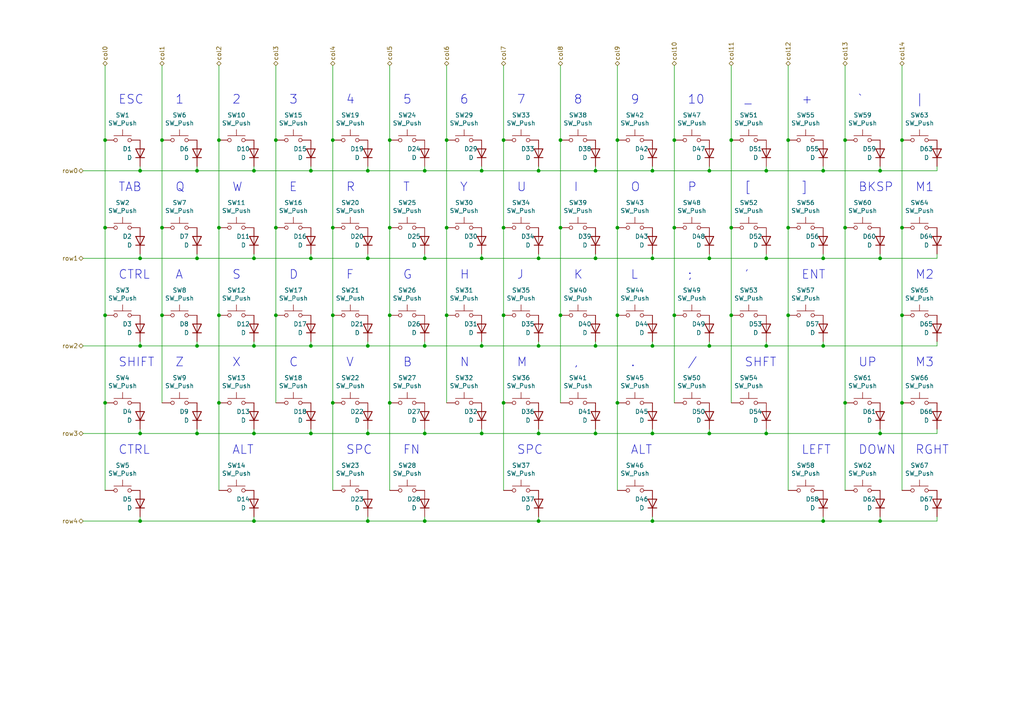
<source format=kicad_sch>
(kicad_sch (version 20211123) (generator eeschema)
  (paper "A4")
  (junction (at 189.23 125.73))
  (junction (at 40.64 74.93))
  (junction (at 129.54 66.04))
  (junction (at 106.68 49.53))
  (junction (at 96.52 91.44))
  (junction (at 205.74 74.93))
  (junction (at 255.27 125.73))
  (junction (at 113.03 116.84))
  (junction (at 222.25 49.53))
  (junction (at 212.09 91.44))
  (junction (at 30.48 40.64))
  (junction (at 106.68 74.93))
  (junction (at 40.64 151.13))
  (junction (at 106.68 151.13))
  (junction (at 63.5 91.44))
  (junction (at 96.52 40.64))
  (junction (at 255.27 74.93))
  (junction (at 73.66 100.33))
  (junction (at 195.58 66.04))
  (junction (at 156.21 100.33))
  (junction (at 205.74 125.73))
  (junction (at 179.07 116.84))
  (junction (at 245.11 116.84))
  (junction (at 172.72 74.93))
  (junction (at 238.76 151.13))
  (junction (at 228.6 66.04))
  (junction (at 46.99 40.64))
  (junction (at 129.54 40.64))
  (junction (at 96.52 66.04))
  (junction (at 139.7 74.93))
  (junction (at 113.03 91.44))
  (junction (at 57.15 100.33))
  (junction (at 245.11 66.04))
  (junction (at 113.03 40.64))
  (junction (at 172.72 49.53))
  (junction (at 212.09 40.64))
  (junction (at 195.58 40.64))
  (junction (at 261.62 91.44))
  (junction (at 245.11 40.64))
  (junction (at 179.07 40.64))
  (junction (at 123.19 151.13))
  (junction (at 57.15 74.93))
  (junction (at 228.6 40.64))
  (junction (at 123.19 49.53))
  (junction (at 238.76 74.93))
  (junction (at 90.17 100.33))
  (junction (at 222.25 74.93))
  (junction (at 90.17 74.93))
  (junction (at 195.58 91.44))
  (junction (at 46.99 66.04))
  (junction (at 172.72 100.33))
  (junction (at 30.48 116.84))
  (junction (at 73.66 125.73))
  (junction (at 40.64 100.33))
  (junction (at 73.66 49.53))
  (junction (at 57.15 49.53))
  (junction (at 146.05 116.84))
  (junction (at 156.21 125.73))
  (junction (at 57.15 125.73))
  (junction (at 90.17 49.53))
  (junction (at 179.07 66.04))
  (junction (at 205.74 100.33))
  (junction (at 30.48 66.04))
  (junction (at 228.6 91.44))
  (junction (at 189.23 151.13))
  (junction (at 80.01 66.04))
  (junction (at 261.62 40.64))
  (junction (at 63.5 66.04))
  (junction (at 162.56 66.04))
  (junction (at 238.76 49.53))
  (junction (at 73.66 74.93))
  (junction (at 212.09 66.04))
  (junction (at 261.62 116.84))
  (junction (at 30.48 91.44))
  (junction (at 179.07 91.44))
  (junction (at 189.23 49.53))
  (junction (at 189.23 100.33))
  (junction (at 63.5 40.64))
  (junction (at 80.01 91.44))
  (junction (at 255.27 49.53))
  (junction (at 139.7 125.73))
  (junction (at 156.21 49.53))
  (junction (at 129.54 91.44))
  (junction (at 146.05 66.04))
  (junction (at 40.64 49.53))
  (junction (at 106.68 125.73))
  (junction (at 106.68 100.33))
  (junction (at 238.76 100.33))
  (junction (at 63.5 116.84))
  (junction (at 123.19 100.33))
  (junction (at 222.25 125.73))
  (junction (at 73.66 151.13))
  (junction (at 80.01 40.64))
  (junction (at 90.17 125.73))
  (junction (at 189.23 74.93))
  (junction (at 205.74 49.53))
  (junction (at 255.27 151.13))
  (junction (at 139.7 49.53))
  (junction (at 139.7 100.33))
  (junction (at 146.05 91.44))
  (junction (at 261.62 66.04))
  (junction (at 96.52 116.84))
  (junction (at 222.25 100.33))
  (junction (at 146.05 40.64))
  (junction (at 123.19 125.73))
  (junction (at 162.56 40.64))
  (junction (at 156.21 151.13))
  (junction (at 40.64 125.73))
  (junction (at 113.03 66.04))
  (junction (at 123.19 74.93))
  (junction (at 172.72 125.73))
  (junction (at 156.21 74.93))
  (junction (at 162.56 91.44))
  (junction (at 46.99 91.44))
  (wire (pts (xy 189.23 151.13) (xy 238.76 151.13)))
  (wire (pts (xy 129.54 19.05) (xy 129.54 40.64)))
  (wire (pts (xy 73.66 99.06) (xy 73.66 100.33)))
  (wire (pts (xy 261.62 116.84) (xy 261.62 142.24)))
  (wire (pts (xy 139.7 99.06) (xy 139.7 100.33)))
  (wire (pts (xy 179.07 116.84) (xy 179.07 142.24)))
  (wire (pts (xy 139.7 100.33) (xy 156.21 100.33)))
  (wire (pts (xy 30.48 66.04) (xy 30.48 91.44)))
  (wire (pts (xy 189.23 73.66) (xy 189.23 74.93)))
  (wire (pts (xy 123.19 149.86) (xy 123.19 151.13)))
  (wire (pts (xy 156.21 49.53) (xy 172.72 49.53)))
  (wire (pts (xy 40.64 149.86) (xy 40.64 151.13)))
  (wire (pts (xy 106.68 74.93) (xy 123.19 74.93)))
  (wire (pts (xy 212.09 40.64) (xy 212.09 66.04)))
  (wire (pts (xy 129.54 91.44) (xy 129.54 116.84)))
  (wire (pts (xy 205.74 49.53) (xy 222.25 49.53)))
  (wire (pts (xy 96.52 19.05) (xy 96.52 40.64)))
  (wire (pts (xy 172.72 49.53) (xy 189.23 49.53)))
  (wire (pts (xy 238.76 49.53) (xy 255.27 49.53)))
  (wire (pts (xy 212.09 66.04) (xy 212.09 91.44)))
  (wire (pts (xy 123.19 100.33) (xy 139.7 100.33)))
  (wire (pts (xy 156.21 74.93) (xy 172.72 74.93)))
  (wire (pts (xy 238.76 100.33) (xy 271.78 100.33)))
  (wire (pts (xy 63.5 91.44) (xy 63.5 116.84)))
  (wire (pts (xy 80.01 91.44) (xy 80.01 116.84)))
  (wire (pts (xy 172.72 48.26) (xy 172.72 49.53)))
  (wire (pts (xy 255.27 49.53) (xy 271.78 49.53)))
  (wire (pts (xy 222.25 48.26) (xy 222.25 49.53)))
  (wire (pts (xy 123.19 49.53) (xy 139.7 49.53)))
  (wire (pts (xy 189.23 99.06) (xy 189.23 100.33)))
  (wire (pts (xy 205.74 48.26) (xy 205.74 49.53)))
  (wire (pts (xy 123.19 99.06) (xy 123.19 100.33)))
  (wire (pts (xy 195.58 66.04) (xy 195.58 91.44)))
  (wire (pts (xy 129.54 66.04) (xy 129.54 91.44)))
  (wire (pts (xy 106.68 149.86) (xy 106.68 151.13)))
  (wire (pts (xy 73.66 49.53) (xy 90.17 49.53)))
  (wire (pts (xy 57.15 74.93) (xy 73.66 74.93)))
  (wire (pts (xy 96.52 116.84) (xy 96.52 142.24)))
  (wire (pts (xy 238.76 74.93) (xy 255.27 74.93)))
  (wire (pts (xy 73.66 125.73) (xy 90.17 125.73)))
  (wire (pts (xy 30.48 91.44) (xy 30.48 116.84)))
  (wire (pts (xy 238.76 48.26) (xy 238.76 49.53)))
  (wire (pts (xy 139.7 49.53) (xy 156.21 49.53)))
  (wire (pts (xy 238.76 99.06) (xy 238.76 100.33)))
  (wire (pts (xy 106.68 99.06) (xy 106.68 100.33)))
  (wire (pts (xy 129.54 40.64) (xy 129.54 66.04)))
  (wire (pts (xy 73.66 100.33) (xy 90.17 100.33)))
  (wire (pts (xy 212.09 19.05) (xy 212.09 40.64)))
  (wire (pts (xy 195.58 91.44) (xy 195.58 116.84)))
  (wire (pts (xy 24.13 100.33) (xy 40.64 100.33)))
  (wire (pts (xy 123.19 151.13) (xy 156.21 151.13)))
  (wire (pts (xy 113.03 91.44) (xy 113.03 116.84)))
  (wire (pts (xy 40.64 124.46) (xy 40.64 125.73)))
  (wire (pts (xy 238.76 151.13) (xy 255.27 151.13)))
  (wire (pts (xy 195.58 40.64) (xy 195.58 66.04)))
  (wire (pts (xy 205.74 124.46) (xy 205.74 125.73)))
  (wire (pts (xy 261.62 40.64) (xy 261.62 66.04)))
  (wire (pts (xy 271.78 149.86) (xy 271.78 151.13)))
  (wire (pts (xy 90.17 100.33) (xy 106.68 100.33)))
  (wire (pts (xy 205.74 73.66) (xy 205.74 74.93)))
  (wire (pts (xy 139.7 48.26) (xy 139.7 49.53)))
  (wire (pts (xy 90.17 124.46) (xy 90.17 125.73)))
  (wire (pts (xy 40.64 125.73) (xy 57.15 125.73)))
  (wire (pts (xy 96.52 91.44) (xy 96.52 116.84)))
  (wire (pts (xy 222.25 124.46) (xy 222.25 125.73)))
  (wire (pts (xy 245.11 116.84) (xy 245.11 142.24)))
  (wire (pts (xy 57.15 100.33) (xy 73.66 100.33)))
  (wire (pts (xy 222.25 100.33) (xy 238.76 100.33)))
  (wire (pts (xy 222.25 125.73) (xy 255.27 125.73)))
  (wire (pts (xy 238.76 149.86) (xy 238.76 151.13)))
  (wire (pts (xy 172.72 74.93) (xy 189.23 74.93)))
  (wire (pts (xy 139.7 125.73) (xy 156.21 125.73)))
  (wire (pts (xy 238.76 73.66) (xy 238.76 74.93)))
  (wire (pts (xy 90.17 49.53) (xy 106.68 49.53)))
  (wire (pts (xy 57.15 125.73) (xy 73.66 125.73)))
  (wire (pts (xy 139.7 124.46) (xy 139.7 125.73)))
  (wire (pts (xy 162.56 66.04) (xy 162.56 91.44)))
  (wire (pts (xy 63.5 66.04) (xy 63.5 91.44)))
  (wire (pts (xy 156.21 100.33) (xy 172.72 100.33)))
  (wire (pts (xy 146.05 66.04) (xy 146.05 91.44)))
  (wire (pts (xy 40.64 100.33) (xy 57.15 100.33)))
  (wire (pts (xy 113.03 40.64) (xy 113.03 66.04)))
  (wire (pts (xy 123.19 48.26) (xy 123.19 49.53)))
  (wire (pts (xy 271.78 73.66) (xy 271.78 74.93)))
  (wire (pts (xy 156.21 124.46) (xy 156.21 125.73)))
  (wire (pts (xy 139.7 74.93) (xy 156.21 74.93)))
  (wire (pts (xy 255.27 73.66) (xy 255.27 74.93)))
  (wire (pts (xy 222.25 73.66) (xy 222.25 74.93)))
  (wire (pts (xy 261.62 66.04) (xy 261.62 91.44)))
  (wire (pts (xy 261.62 19.05) (xy 261.62 40.64)))
  (wire (pts (xy 73.66 48.26) (xy 73.66 49.53)))
  (wire (pts (xy 189.23 48.26) (xy 189.23 49.53)))
  (wire (pts (xy 57.15 124.46) (xy 57.15 125.73)))
  (wire (pts (xy 96.52 66.04) (xy 96.52 91.44)))
  (wire (pts (xy 146.05 116.84) (xy 146.05 142.24)))
  (wire (pts (xy 63.5 116.84) (xy 63.5 142.24)))
  (wire (pts (xy 30.48 116.84) (xy 30.48 142.24)))
  (wire (pts (xy 30.48 40.64) (xy 30.48 66.04)))
  (wire (pts (xy 113.03 66.04) (xy 113.03 91.44)))
  (wire (pts (xy 90.17 99.06) (xy 90.17 100.33)))
  (wire (pts (xy 24.13 49.53) (xy 40.64 49.53)))
  (wire (pts (xy 172.72 73.66) (xy 172.72 74.93)))
  (wire (pts (xy 46.99 66.04) (xy 46.99 91.44)))
  (wire (pts (xy 228.6 91.44) (xy 228.6 142.24)))
  (wire (pts (xy 205.74 100.33) (xy 222.25 100.33)))
  (wire (pts (xy 146.05 40.64) (xy 146.05 66.04)))
  (wire (pts (xy 172.72 100.33) (xy 189.23 100.33)))
  (wire (pts (xy 40.64 48.26) (xy 40.64 49.53)))
  (wire (pts (xy 123.19 125.73) (xy 139.7 125.73)))
  (wire (pts (xy 228.6 19.05) (xy 228.6 40.64)))
  (wire (pts (xy 80.01 40.64) (xy 80.01 66.04)))
  (wire (pts (xy 40.64 49.53) (xy 57.15 49.53)))
  (wire (pts (xy 255.27 151.13) (xy 271.78 151.13)))
  (wire (pts (xy 179.07 19.05) (xy 179.07 40.64)))
  (wire (pts (xy 205.74 99.06) (xy 205.74 100.33)))
  (wire (pts (xy 255.27 125.73) (xy 271.78 125.73)))
  (wire (pts (xy 40.64 99.06) (xy 40.64 100.33)))
  (wire (pts (xy 255.27 124.46) (xy 255.27 125.73)))
  (wire (pts (xy 57.15 48.26) (xy 57.15 49.53)))
  (wire (pts (xy 113.03 19.05) (xy 113.03 40.64)))
  (wire (pts (xy 90.17 73.66) (xy 90.17 74.93)))
  (wire (pts (xy 228.6 40.64) (xy 228.6 66.04)))
  (wire (pts (xy 40.64 151.13) (xy 73.66 151.13)))
  (wire (pts (xy 106.68 73.66) (xy 106.68 74.93)))
  (wire (pts (xy 80.01 66.04) (xy 80.01 91.44)))
  (wire (pts (xy 179.07 40.64) (xy 179.07 66.04)))
  (wire (pts (xy 113.03 116.84) (xy 113.03 142.24)))
  (wire (pts (xy 24.13 151.13) (xy 40.64 151.13)))
  (wire (pts (xy 96.52 40.64) (xy 96.52 66.04)))
  (wire (pts (xy 255.27 48.26) (xy 255.27 49.53)))
  (wire (pts (xy 245.11 40.64) (xy 245.11 66.04)))
  (wire (pts (xy 106.68 124.46) (xy 106.68 125.73)))
  (wire (pts (xy 57.15 99.06) (xy 57.15 100.33)))
  (wire (pts (xy 189.23 74.93) (xy 205.74 74.93)))
  (wire (pts (xy 189.23 100.33) (xy 205.74 100.33)))
  (wire (pts (xy 123.19 74.93) (xy 139.7 74.93)))
  (wire (pts (xy 106.68 100.33) (xy 123.19 100.33)))
  (wire (pts (xy 271.78 124.46) (xy 271.78 125.73)))
  (wire (pts (xy 40.64 74.93) (xy 57.15 74.93)))
  (wire (pts (xy 162.56 91.44) (xy 162.56 116.84)))
  (wire (pts (xy 172.72 125.73) (xy 189.23 125.73)))
  (wire (pts (xy 90.17 48.26) (xy 90.17 49.53)))
  (wire (pts (xy 255.27 149.86) (xy 255.27 151.13)))
  (wire (pts (xy 30.48 19.05) (xy 30.48 40.64)))
  (wire (pts (xy 73.66 74.93) (xy 90.17 74.93)))
  (wire (pts (xy 146.05 19.05) (xy 146.05 40.64)))
  (wire (pts (xy 46.99 91.44) (xy 46.99 116.84)))
  (wire (pts (xy 156.21 99.06) (xy 156.21 100.33)))
  (wire (pts (xy 189.23 149.86) (xy 189.23 151.13)))
  (wire (pts (xy 63.5 40.64) (xy 63.5 66.04)))
  (wire (pts (xy 228.6 66.04) (xy 228.6 91.44)))
  (wire (pts (xy 271.78 48.26) (xy 271.78 49.53)))
  (wire (pts (xy 156.21 151.13) (xy 189.23 151.13)))
  (wire (pts (xy 24.13 125.73) (xy 40.64 125.73)))
  (wire (pts (xy 156.21 48.26) (xy 156.21 49.53)))
  (wire (pts (xy 189.23 124.46) (xy 189.23 125.73)))
  (wire (pts (xy 172.72 124.46) (xy 172.72 125.73)))
  (wire (pts (xy 90.17 74.93) (xy 106.68 74.93)))
  (wire (pts (xy 123.19 73.66) (xy 123.19 74.93)))
  (wire (pts (xy 271.78 99.06) (xy 271.78 100.33)))
  (wire (pts (xy 57.15 49.53) (xy 73.66 49.53)))
  (wire (pts (xy 139.7 73.66) (xy 139.7 74.93)))
  (wire (pts (xy 123.19 124.46) (xy 123.19 125.73)))
  (wire (pts (xy 57.15 73.66) (xy 57.15 74.93)))
  (wire (pts (xy 40.64 73.66) (xy 40.64 74.93)))
  (wire (pts (xy 73.66 151.13) (xy 106.68 151.13)))
  (wire (pts (xy 80.01 19.05) (xy 80.01 40.64)))
  (wire (pts (xy 90.17 125.73) (xy 106.68 125.73)))
  (wire (pts (xy 106.68 151.13) (xy 123.19 151.13)))
  (wire (pts (xy 146.05 91.44) (xy 146.05 116.84)))
  (wire (pts (xy 222.25 49.53) (xy 238.76 49.53)))
  (wire (pts (xy 255.27 74.93) (xy 271.78 74.93)))
  (wire (pts (xy 46.99 40.64) (xy 46.99 66.04)))
  (wire (pts (xy 162.56 19.05) (xy 162.56 40.64)))
  (wire (pts (xy 245.11 19.05) (xy 245.11 40.64)))
  (wire (pts (xy 156.21 73.66) (xy 156.21 74.93)))
  (wire (pts (xy 172.72 99.06) (xy 172.72 100.33)))
  (wire (pts (xy 205.74 125.73) (xy 222.25 125.73)))
  (wire (pts (xy 179.07 66.04) (xy 179.07 91.44)))
  (wire (pts (xy 73.66 73.66) (xy 73.66 74.93)))
  (wire (pts (xy 106.68 48.26) (xy 106.68 49.53)))
  (wire (pts (xy 205.74 74.93) (xy 222.25 74.93)))
  (wire (pts (xy 212.09 91.44) (xy 212.09 116.84)))
  (wire (pts (xy 63.5 19.05) (xy 63.5 40.64)))
  (wire (pts (xy 222.25 99.06) (xy 222.25 100.33)))
  (wire (pts (xy 189.23 49.53) (xy 205.74 49.53)))
  (wire (pts (xy 73.66 149.86) (xy 73.66 151.13)))
  (wire (pts (xy 261.62 91.44) (xy 261.62 116.84)))
  (wire (pts (xy 245.11 66.04) (xy 245.11 116.84)))
  (wire (pts (xy 189.23 125.73) (xy 205.74 125.73)))
  (wire (pts (xy 106.68 49.53) (xy 123.19 49.53)))
  (wire (pts (xy 179.07 91.44) (xy 179.07 116.84)))
  (wire (pts (xy 24.13 74.93) (xy 40.64 74.93)))
  (wire (pts (xy 162.56 40.64) (xy 162.56 66.04)))
  (wire (pts (xy 156.21 149.86) (xy 156.21 151.13)))
  (wire (pts (xy 73.66 124.46) (xy 73.66 125.73)))
  (wire (pts (xy 222.25 74.93) (xy 238.76 74.93)))
  (wire (pts (xy 156.21 125.73) (xy 172.72 125.73)))
  (wire (pts (xy 195.58 19.05) (xy 195.58 40.64)))
  (wire (pts (xy 46.99 19.05) (xy 46.99 40.64)))
  (wire (pts (xy 106.68 125.73) (xy 123.19 125.73)))
  (text "]" (at 232.41 55.88 0) (effects (font (size 2.54 2.54)) (justify left bottom)))
  (text "ALT" (at 67.31 132.08 0) (effects (font (size 2.54 2.54)) (justify left bottom)))
  (text "+" (at 232.41 30.48 0) (effects (font (size 2.54 2.54)) (justify left bottom)))
  (text "3" (at 83.82 30.48 0) (effects (font (size 2.54 2.54)) (justify left bottom)))
  (text "M" (at 149.86 106.68 0) (effects (font (size 2.54 2.54)) (justify left bottom)))
  (text "C" (at 83.82 106.68 0) (effects (font (size 2.54 2.54)) (justify left bottom)))
  (text "6" (at 133.35 30.48 0) (effects (font (size 2.54 2.54)) (justify left bottom)))
  (text "RGHT\n" (at 265.43 132.08 0) (effects (font (size 2.54 2.54)) (justify left bottom)))
  (text "UP" (at 248.92 106.68 0) (effects (font (size 2.54 2.54)) (justify left bottom)))
  (text "SPC" (at 149.86 132.08 0) (effects (font (size 2.54 2.54)) (justify left bottom)))
  (text "1" (at 50.8 30.48 0) (effects (font (size 2.54 2.54)) (justify left bottom)))
  (text "L" (at 182.88 81.28 0) (effects (font (size 2.54 2.54)) (justify left bottom)))
  (text "ALT" (at 182.88 132.08 0) (effects (font (size 2.54 2.54)) (justify left bottom)))
  (text "BKSP" (at 248.92 55.88 0) (effects (font (size 2.54 2.54)) (justify left bottom)))
  (text "E" (at 83.82 55.88 0) (effects (font (size 2.54 2.54)) (justify left bottom)))
  (text "9" (at 182.88 30.48 0) (effects (font (size 2.54 2.54)) (justify left bottom)))
  (text "V" (at 100.33 106.68 0) (effects (font (size 2.54 2.54)) (justify left bottom)))
  (text "R" (at 100.33 55.88 0) (effects (font (size 2.54 2.54)) (justify left bottom)))
  (text "M1" (at 265.43 55.88 0) (effects (font (size 2.54 2.54)) (justify left bottom)))
  (text "Z" (at 50.8 106.68 0) (effects (font (size 2.54 2.54)) (justify left bottom)))
  (text "CTRL" (at 34.29 81.28 0) (effects (font (size 2.54 2.54)) (justify left bottom)))
  (text "T" (at 116.84 55.88 0) (effects (font (size 2.54 2.54)) (justify left bottom)))
  (text "K" (at 166.37 81.28 0) (effects (font (size 2.54 2.54)) (justify left bottom)))
  (text "A" (at 50.8 81.28 0) (effects (font (size 2.54 2.54)) (justify left bottom)))
  (text ";" (at 199.39 81.28 0) (effects (font (size 2.54 2.54)) (justify left bottom)))
  (text "2" (at 67.31 30.48 0) (effects (font (size 2.54 2.54)) (justify left bottom)))
  (text "H" (at 133.35 81.28 0) (effects (font (size 2.54 2.54)) (justify left bottom)))
  (text "[" (at 215.9 55.88 0) (effects (font (size 2.54 2.54)) (justify left bottom)))
  (text "_" (at 215.9 30.48 0) (effects (font (size 2.54 2.54)) (justify left bottom)))
  (text "G" (at 116.84 81.28 0) (effects (font (size 2.54 2.54)) (justify left bottom)))
  (text "U" (at 149.86 55.88 0) (effects (font (size 2.54 2.54)) (justify left bottom)))
  (text "B" (at 116.84 106.68 0) (effects (font (size 2.54 2.54)) (justify left bottom)))
  (text "SHFT" (at 215.9 106.68 0) (effects (font (size 2.54 2.54)) (justify left bottom)))
  (text "W" (at 67.31 55.88 0) (effects (font (size 2.54 2.54)) (justify left bottom)))
  (text "M3" (at 265.43 106.68 0) (effects (font (size 2.54 2.54)) (justify left bottom)))
  (text "M2" (at 265.43 81.28 0) (effects (font (size 2.54 2.54)) (justify left bottom)))
  (text "7" (at 149.86 30.48 0) (effects (font (size 2.54 2.54)) (justify left bottom)))
  (text "J" (at 149.86 81.28 0) (effects (font (size 2.54 2.54)) (justify left bottom)))
  (text "ENT" (at 232.41 81.28 0) (effects (font (size 2.54 2.54)) (justify left bottom)))
  (text "I" (at 166.37 55.88 0) (effects (font (size 2.54 2.54)) (justify left bottom)))
  (text "|" (at 265.43 30.48 0) (effects (font (size 2.54 2.54)) (justify left bottom)))
  (text "/" (at 199.39 106.68 0) (effects (font (size 2.54 2.54)) (justify left bottom)))
  (text "F" (at 100.33 81.28 0) (effects (font (size 2.54 2.54)) (justify left bottom)))
  (text "," (at 166.37 106.68 0) (effects (font (size 2.54 2.54)) (justify left bottom)))
  (text "SPC" (at 100.33 132.08 0) (effects (font (size 2.54 2.54)) (justify left bottom)))
  (text "CTRL" (at 34.29 132.08 0) (effects (font (size 2.54 2.54)) (justify left bottom)))
  (text "Q" (at 50.8 55.88 0) (effects (font (size 2.54 2.54)) (justify left bottom)))
  (text "SHIFT" (at 34.29 106.68 0) (effects (font (size 2.54 2.54)) (justify left bottom)))
  (text "P" (at 199.39 55.88 0) (effects (font (size 2.54 2.54)) (justify left bottom)))
  (text "`" (at 248.92 30.48 0) (effects (font (size 2.54 2.54)) (justify left bottom)))
  (text "O" (at 182.88 55.88 0) (effects (font (size 2.54 2.54)) (justify left bottom)))
  (text "FN" (at 116.84 132.08 0) (effects (font (size 2.54 2.54)) (justify left bottom)))
  (text "TAB" (at 34.29 55.88 0) (effects (font (size 2.54 2.54)) (justify left bottom)))
  (text "X" (at 67.31 106.68 0) (effects (font (size 2.54 2.54)) (justify left bottom)))
  (text "S" (at 67.31 81.28 0) (effects (font (size 2.54 2.54)) (justify left bottom)))
  (text "N" (at 133.35 106.68 0) (effects (font (size 2.54 2.54)) (justify left bottom)))
  (text "10" (at 199.39 30.48 0) (effects (font (size 2.54 2.54)) (justify left bottom)))
  (text "4" (at 100.33 30.48 0) (effects (font (size 2.54 2.54)) (justify left bottom)))
  (text "Y" (at 133.35 55.88 0) (effects (font (size 2.54 2.54)) (justify left bottom)))
  (text "LEFT" (at 232.41 132.08 0) (effects (font (size 2.54 2.54)) (justify left bottom)))
  (text "8" (at 166.37 30.48 0) (effects (font (size 2.54 2.54)) (justify left bottom)))
  (text "DOWN" (at 248.92 132.08 0) (effects (font (size 2.54 2.54)) (justify left bottom)))
  (text "ESC" (at 34.29 30.48 0) (effects (font (size 2.54 2.54)) (justify left bottom)))
  (text "5" (at 116.84 30.48 0) (effects (font (size 2.54 2.54)) (justify left bottom)))
  (text ".\n" (at 182.88 106.68 0) (effects (font (size 2.54 2.54)) (justify left bottom)))
  (text "D" (at 83.82 81.28 0) (effects (font (size 2.54 2.54)) (justify left bottom)))
  (text "'" (at 215.9 81.28 0) (effects (font (size 2.54 2.54)) (justify left bottom)))
  (hierarchical_label "col14" (shape tri_state) (at 261.62 19.05 90))
  (hierarchical_label "row1" (shape tri_state) (at 24.13 74.93 180))
  (hierarchical_label "col11" (shape tri_state) (at 212.09 19.05 90))
  (hierarchical_label "col1" (shape tri_state) (at 46.99 19.05 90))
  (hierarchical_label "col2" (shape tri_state) (at 63.5 19.05 90))
  (hierarchical_label "col8" (shape tri_state) (at 162.56 19.05 90))
  (hierarchical_label "col4" (shape tri_state) (at 96.52 19.05 90))
  (hierarchical_label "col3" (shape tri_state) (at 80.01 19.05 90))
  (hierarchical_label "row0" (shape tri_state) (at 24.13 49.53 180))
  (hierarchical_label "row2" (shape tri_state) (at 24.13 100.33 180))
  (hierarchical_label "col0" (shape tri_state) (at 30.48 19.05 90))
  (hierarchical_label "col12" (shape tri_state) (at 228.6 19.05 90))
  (hierarchical_label "col13" (shape tri_state) (at 245.11 19.05 90))
  (hierarchical_label "col10" (shape tri_state) (at 195.58 19.05 90))
  (hierarchical_label "col6" (shape tri_state) (at 129.54 19.05 90))
  (hierarchical_label "row3" (shape tri_state) (at 24.13 125.73 180))
  (hierarchical_label "col7" (shape tri_state) (at 146.05 19.05 90))
  (hierarchical_label "col9" (shape tri_state) (at 179.07 19.05 90))
  (hierarchical_label "row4" (shape tri_state) (at 24.13 151.13 180))
  (hierarchical_label "col5" (shape tri_state) (at 113.03 19.05 90))
  (symbol (lib_id "Switch:SW_Push") (at 35.56 40.64 0) (unit 1)
    (property "Reference" "SW1" (at 35.56 33.401 0))
    (property "Value" "SW_Push" (at 35.56 35.7124 0))
    (property "Footprint" "MX_Switch:SW_Cherry_MX_1.00u_PCB" (effects hide))
  )
  (symbol (lib_id "Device:D") (at 40.64 44.45 90) (unit 1)
    (property "Reference" "D1" (at 35.56 43.18 90) (effects (justify right)))
    (property "Value" "D" (at 36.83 45.72 90) (effects (justify right)))
    (property "Footprint" "Diodes_SMD:D_SOD-123" (effects hide))
  )
  (symbol (lib_id "Switch:SW_Push") (at 52.07 40.64 0) (unit 1)
    (property "Reference" "SW6" (at 52.07 33.401 0))
    (property "Value" "SW_Push" (at 52.07 35.7124 0))
    (property "Footprint" "MX_Switch:SW_Cherry_MX_1.00u_PCB" (effects hide))
  )
  (symbol (lib_id "Switch:SW_Push") (at 35.56 66.04 0) (unit 1)
    (property "Reference" "SW2" (at 35.56 58.801 0))
    (property "Value" "SW_Push" (at 35.56 61.1124 0))
    (property "Footprint" "MX_Switch:SW_Cherry_MX_1.50u_PCB" (effects hide))
  )
  (symbol (lib_id "Device:D") (at 40.64 69.85 90) (unit 1)
    (property "Reference" "D2" (at 35.56 68.58 90) (effects (justify right)))
    (property "Value" "D" (at 36.83 71.12 90) (effects (justify right)))
    (property "Footprint" "Diodes_SMD:D_SOD-123" (effects hide))
  )
  (symbol (lib_id "Device:D") (at 57.15 44.45 90) (unit 1)
    (property "Reference" "D6" (at 52.07 43.18 90) (effects (justify right)))
    (property "Value" "D" (at 53.34 45.72 90) (effects (justify right)))
    (property "Footprint" "Diodes_SMD:D_SOD-123" (effects hide))
  )
  (symbol (lib_id "Switch:SW_Push") (at 52.07 66.04 0) (unit 1)
    (property "Reference" "SW7" (at 52.07 58.801 0))
    (property "Value" "SW_Push" (at 52.07 61.1124 0))
    (property "Footprint" "MX_Switch:SW_Cherry_MX_1.00u_PCB" (effects hide))
  )
  (symbol (lib_id "Device:D") (at 57.15 69.85 90) (unit 1)
    (property "Reference" "D7" (at 52.07 68.58 90) (effects (justify right)))
    (property "Value" "D" (at 53.34 71.12 90) (effects (justify right)))
    (property "Footprint" "Diodes_SMD:D_SOD-123" (effects hide))
  )
  (symbol (lib_id "Switch:SW_Push") (at 35.56 91.44 0) (unit 1)
    (property "Reference" "SW3" (at 35.56 84.201 0))
    (property "Value" "SW_Push" (at 35.56 86.5124 0))
    (property "Footprint" "MX_Switch:SW_Cherry_MX_1.75u_PCB" (effects hide))
  )
  (symbol (lib_id "Device:D") (at 40.64 95.25 90) (unit 1)
    (property "Reference" "D3" (at 35.56 93.98 90) (effects (justify right)))
    (property "Value" "D" (at 36.83 96.52 90) (effects (justify right)))
    (property "Footprint" "Diodes_SMD:D_SOD-123" (effects hide))
  )
  (symbol (lib_id "Switch:SW_Push") (at 35.56 116.84 0) (unit 1)
    (property "Reference" "SW4" (at 35.56 109.601 0))
    (property "Value" "SW_Push" (at 35.56 111.9124 0))
    (property "Footprint" "MX_Switch:SW_Cherry_MX_2.25u_PCB" (effects hide))
  )
  (symbol (lib_id "Switch:SW_Push") (at 35.56 142.24 0) (unit 1)
    (property "Reference" "SW5" (at 35.56 135.001 0))
    (property "Value" "SW_Push" (at 35.56 137.3124 0))
    (property "Footprint" "MX_Switch:SW_Cherry_MX_1.50u_PCB" (effects hide))
  )
  (symbol (lib_id "Device:D") (at 40.64 120.65 90) (unit 1)
    (property "Reference" "D4" (at 35.56 119.38 90) (effects (justify right)))
    (property "Value" "D" (at 36.83 121.92 90) (effects (justify right)))
    (property "Footprint" "Diodes_SMD:D_SOD-123" (effects hide))
  )
  (symbol (lib_id "Device:D") (at 40.64 146.05 90) (unit 1)
    (property "Reference" "D5" (at 35.56 144.78 90) (effects (justify right)))
    (property "Value" "D" (at 36.83 147.32 90) (effects (justify right)))
    (property "Footprint" "Diodes_SMD:D_SOD-123" (effects hide))
  )
  (symbol (lib_id "Switch:SW_Push") (at 52.07 91.44 0) (unit 1)
    (property "Reference" "SW8" (at 52.07 84.201 0))
    (property "Value" "SW_Push" (at 52.07 86.5124 0))
    (property "Footprint" "MX_Switch:SW_Cherry_MX_1.00u_PCB" (effects hide))
  )
  (symbol (lib_id "Switch:SW_Push") (at 52.07 116.84 0) (unit 1)
    (property "Reference" "SW9" (at 52.07 109.601 0))
    (property "Value" "SW_Push" (at 52.07 111.9124 0))
    (property "Footprint" "MX_Switch:SW_Cherry_MX_1.00u_PCB" (effects hide))
  )
  (symbol (lib_id "Device:D") (at 57.15 95.25 90) (unit 1)
    (property "Reference" "D8" (at 52.07 93.98 90) (effects (justify right)))
    (property "Value" "D" (at 53.34 96.52 90) (effects (justify right)))
    (property "Footprint" "Diodes_SMD:D_SOD-123" (effects hide))
  )
  (symbol (lib_id "Device:D") (at 57.15 120.65 90) (unit 1)
    (property "Reference" "D9" (at 52.07 119.38 90) (effects (justify right)))
    (property "Value" "D" (at 53.34 121.92 90) (effects (justify right)))
    (property "Footprint" "Diodes_SMD:D_SOD-123" (effects hide))
  )
  (symbol (lib_id "Switch:SW_Push") (at 68.58 40.64 0) (unit 1)
    (property "Reference" "SW10" (at 68.58 33.401 0))
    (property "Value" "SW_Push" (at 68.58 35.7124 0))
    (property "Footprint" "MX_Switch:SW_Cherry_MX_1.00u_PCB" (effects hide))
  )
  (symbol (lib_id "Device:D") (at 73.66 44.45 90) (unit 1)
    (property "Reference" "D10" (at 68.58 43.18 90) (effects (justify right)))
    (property "Value" "D" (at 69.85 45.72 90) (effects (justify right)))
    (property "Footprint" "Diodes_SMD:D_SOD-123" (effects hide))
  )
  (symbol (lib_id "Switch:SW_Push") (at 68.58 66.04 0) (unit 1)
    (property "Reference" "SW11" (at 68.58 58.801 0))
    (property "Value" "SW_Push" (at 68.58 61.1124 0))
    (property "Footprint" "MX_Switch:SW_Cherry_MX_1.00u_PCB" (effects hide))
  )
  (symbol (lib_id "Device:D") (at 73.66 69.85 90) (unit 1)
    (property "Reference" "D11" (at 68.58 68.58 90) (effects (justify right)))
    (property "Value" "D" (at 69.85 71.12 90) (effects (justify right)))
    (property "Footprint" "Diodes_SMD:D_SOD-123" (effects hide))
  )
  (symbol (lib_id "Switch:SW_Push") (at 68.58 91.44 0) (unit 1)
    (property "Reference" "SW12" (at 68.58 84.201 0))
    (property "Value" "SW_Push" (at 68.58 86.5124 0))
    (property "Footprint" "MX_Switch:SW_Cherry_MX_1.00u_PCB" (effects hide))
  )
  (symbol (lib_id "Switch:SW_Push") (at 68.58 116.84 0) (unit 1)
    (property "Reference" "SW13" (at 68.58 109.601 0))
    (property "Value" "SW_Push" (at 68.58 111.9124 0))
    (property "Footprint" "MX_Switch:SW_Cherry_MX_1.00u_PCB" (effects hide))
  )
  (symbol (lib_id "Switch:SW_Push") (at 68.58 142.24 0) (unit 1)
    (property "Reference" "SW14" (at 68.58 135.001 0))
    (property "Value" "SW_Push" (at 68.58 137.3124 0))
    (property "Footprint" "MX_Switch:SW_Cherry_MX_1.50u_PCB" (effects hide))
  )
  (symbol (lib_id "Device:D") (at 73.66 95.25 90) (unit 1)
    (property "Reference" "D12" (at 68.58 93.98 90) (effects (justify right)))
    (property "Value" "D" (at 69.85 96.52 90) (effects (justify right)))
    (property "Footprint" "Diodes_SMD:D_SOD-123" (effects hide))
  )
  (symbol (lib_id "Device:D") (at 73.66 120.65 90) (unit 1)
    (property "Reference" "D13" (at 68.58 119.38 90) (effects (justify right)))
    (property "Value" "D" (at 69.85 121.92 90) (effects (justify right)))
    (property "Footprint" "Diodes_SMD:D_SOD-123" (effects hide))
  )
  (symbol (lib_id "Device:D") (at 73.66 146.05 90) (unit 1)
    (property "Reference" "D14" (at 68.58 144.78 90) (effects (justify right)))
    (property "Value" "D" (at 69.85 147.32 90) (effects (justify right)))
    (property "Footprint" "Diodes_SMD:D_SOD-123" (effects hide))
  )
  (symbol (lib_id "Switch:SW_Push") (at 85.09 40.64 0) (unit 1)
    (property "Reference" "SW15" (at 85.09 33.401 0))
    (property "Value" "SW_Push" (at 85.09 35.7124 0))
    (property "Footprint" "MX_Switch:SW_Cherry_MX_1.00u_PCB" (effects hide))
  )
  (symbol (lib_id "Device:D") (at 90.17 44.45 90) (unit 1)
    (property "Reference" "D15" (at 85.09 43.18 90) (effects (justify right)))
    (property "Value" "D" (at 86.36 45.72 90) (effects (justify right)))
    (property "Footprint" "Diodes_SMD:D_SOD-123" (effects hide))
  )
  (symbol (lib_id "Switch:SW_Push") (at 85.09 66.04 0) (unit 1)
    (property "Reference" "SW16" (at 85.09 58.801 0))
    (property "Value" "SW_Push" (at 85.09 61.1124 0))
    (property "Footprint" "MX_Switch:SW_Cherry_MX_1.00u_PCB" (effects hide))
  )
  (symbol (lib_id "Device:D") (at 90.17 69.85 90) (unit 1)
    (property "Reference" "D16" (at 85.09 68.58 90) (effects (justify right)))
    (property "Value" "D" (at 86.36 71.12 90) (effects (justify right)))
    (property "Footprint" "Diodes_SMD:D_SOD-123" (effects hide))
  )
  (symbol (lib_id "Switch:SW_Push") (at 85.09 91.44 0) (unit 1)
    (property "Reference" "SW17" (at 85.09 84.201 0))
    (property "Value" "SW_Push" (at 85.09 86.5124 0))
    (property "Footprint" "MX_Switch:SW_Cherry_MX_1.00u_PCB" (effects hide))
  )
  (symbol (lib_id "Switch:SW_Push") (at 85.09 116.84 0) (unit 1)
    (property "Reference" "SW18" (at 85.09 109.601 0))
    (property "Value" "SW_Push" (at 85.09 111.9124 0))
    (property "Footprint" "MX_Switch:SW_Cherry_MX_1.00u_PCB" (effects hide))
  )
  (symbol (lib_id "Device:D") (at 90.17 95.25 90) (unit 1)
    (property "Reference" "D17" (at 85.09 93.98 90) (effects (justify right)))
    (property "Value" "D" (at 86.36 96.52 90) (effects (justify right)))
    (property "Footprint" "Diodes_SMD:D_SOD-123" (effects hide))
  )
  (symbol (lib_id "Device:D") (at 90.17 120.65 90) (unit 1)
    (property "Reference" "D18" (at 85.09 119.38 90) (effects (justify right)))
    (property "Value" "D" (at 86.36 121.92 90) (effects (justify right)))
    (property "Footprint" "Diodes_SMD:D_SOD-123" (effects hide))
  )
  (symbol (lib_id "Switch:SW_Push") (at 101.6 40.64 0) (unit 1)
    (property "Reference" "SW19" (at 101.6 33.401 0))
    (property "Value" "SW_Push" (at 101.6 35.7124 0))
    (property "Footprint" "MX_Switch:SW_Cherry_MX_1.00u_PCB" (effects hide))
  )
  (symbol (lib_id "Device:D") (at 106.68 44.45 90) (unit 1)
    (property "Reference" "D19" (at 101.6 43.18 90) (effects (justify right)))
    (property "Value" "D" (at 102.87 45.72 90) (effects (justify right)))
    (property "Footprint" "Diodes_SMD:D_SOD-123" (effects hide))
  )
  (symbol (lib_id "Switch:SW_Push") (at 101.6 66.04 0) (unit 1)
    (property "Reference" "SW20" (at 101.6 58.801 0))
    (property "Value" "SW_Push" (at 101.6 61.1124 0))
    (property "Footprint" "MX_Switch:SW_Cherry_MX_1.00u_PCB" (effects hide))
  )
  (symbol (lib_id "Device:D") (at 106.68 69.85 90) (unit 1)
    (property "Reference" "D20" (at 101.6 68.58 90) (effects (justify right)))
    (property "Value" "D" (at 102.87 71.12 90) (effects (justify right)))
    (property "Footprint" "Diodes_SMD:D_SOD-123" (effects hide))
  )
  (symbol (lib_id "Switch:SW_Push") (at 101.6 91.44 0) (unit 1)
    (property "Reference" "SW21" (at 101.6 84.201 0))
    (property "Value" "SW_Push" (at 101.6 86.5124 0))
    (property "Footprint" "MX_Switch:SW_Cherry_MX_1.00u_PCB" (effects hide))
  )
  (symbol (lib_id "Switch:SW_Push") (at 101.6 116.84 0) (unit 1)
    (property "Reference" "SW22" (at 101.6 109.601 0))
    (property "Value" "SW_Push" (at 101.6 111.9124 0))
    (property "Footprint" "MX_Switch:SW_Cherry_MX_1.00u_PCB" (effects hide))
  )
  (symbol (lib_id "Switch:SW_Push") (at 101.6 142.24 0) (unit 1)
    (property "Reference" "SW23" (at 101.6 135.001 0))
    (property "Value" "SW_Push" (at 101.6 137.3124 0))
    (property "Footprint" "MX_Switch:SW_Cherry_MX_2.00u_PCB_ReversedStabilizers" (effects hide))
  )
  (symbol (lib_id "Device:D") (at 106.68 95.25 90) (unit 1)
    (property "Reference" "D21" (at 101.6 93.98 90) (effects (justify right)))
    (property "Value" "D" (at 102.87 96.52 90) (effects (justify right)))
    (property "Footprint" "Diodes_SMD:D_SOD-123" (effects hide))
  )
  (symbol (lib_id "Device:D") (at 106.68 120.65 90) (unit 1)
    (property "Reference" "D22" (at 101.6 119.38 90) (effects (justify right)))
    (property "Value" "D" (at 102.87 121.92 90) (effects (justify right)))
    (property "Footprint" "Diodes_SMD:D_SOD-123" (effects hide))
  )
  (symbol (lib_id "Device:D") (at 106.68 146.05 90) (unit 1)
    (property "Reference" "D23" (at 101.6 144.78 90) (effects (justify right)))
    (property "Value" "D" (at 102.87 147.32 90) (effects (justify right)))
    (property "Footprint" "Diodes_SMD:D_SOD-123" (effects hide))
  )
  (symbol (lib_id "Switch:SW_Push") (at 118.11 40.64 0) (unit 1)
    (property "Reference" "SW24" (at 118.11 33.401 0))
    (property "Value" "SW_Push" (at 118.11 35.7124 0))
    (property "Footprint" "MX_Switch:SW_Cherry_MX_1.00u_PCB" (effects hide))
  )
  (symbol (lib_id "Device:D") (at 123.19 44.45 90) (unit 1)
    (property "Reference" "D24" (at 118.11 43.18 90) (effects (justify right)))
    (property "Value" "D" (at 119.38 45.72 90) (effects (justify right)))
    (property "Footprint" "Diodes_SMD:D_SOD-123" (effects hide))
  )
  (symbol (lib_id "Switch:SW_Push") (at 118.11 66.04 0) (unit 1)
    (property "Reference" "SW25" (at 118.11 58.801 0))
    (property "Value" "SW_Push" (at 118.11 61.1124 0))
    (property "Footprint" "MX_Switch:SW_Cherry_MX_1.00u_PCB" (effects hide))
  )
  (symbol (lib_id "Device:D") (at 123.19 69.85 90) (unit 1)
    (property "Reference" "D25" (at 118.11 68.58 90) (effects (justify right)))
    (property "Value" "D" (at 119.38 71.12 90) (effects (justify right)))
    (property "Footprint" "Diodes_SMD:D_SOD-123" (effects hide))
  )
  (symbol (lib_id "Switch:SW_Push") (at 118.11 91.44 0) (unit 1)
    (property "Reference" "SW26" (at 118.11 84.201 0))
    (property "Value" "SW_Push" (at 118.11 86.5124 0))
    (property "Footprint" "MX_Switch:SW_Cherry_MX_1.00u_PCB" (effects hide))
  )
  (symbol (lib_id "Switch:SW_Push") (at 118.11 116.84 0) (unit 1)
    (property "Reference" "SW27" (at 118.11 109.601 0))
    (property "Value" "SW_Push" (at 118.11 111.9124 0))
    (property "Footprint" "MX_Switch:SW_Cherry_MX_1.00u_PCB" (effects hide))
  )
  (symbol (lib_id "Switch:SW_Push") (at 118.11 142.24 0) (unit 1)
    (property "Reference" "SW28" (at 118.11 135.001 0))
    (property "Value" "SW_Push" (at 118.11 137.3124 0))
    (property "Footprint" "MX_Switch:SW_Cherry_MX_1.00u_PCB" (effects hide))
  )
  (symbol (lib_id "Device:D") (at 123.19 95.25 90) (unit 1)
    (property "Reference" "D26" (at 118.11 93.98 90) (effects (justify right)))
    (property "Value" "D" (at 119.38 96.52 90) (effects (justify right)))
    (property "Footprint" "Diodes_SMD:D_SOD-123" (effects hide))
  )
  (symbol (lib_id "Device:D") (at 123.19 120.65 90) (unit 1)
    (property "Reference" "D27" (at 118.11 119.38 90) (effects (justify right)))
    (property "Value" "D" (at 119.38 121.92 90) (effects (justify right)))
    (property "Footprint" "Diodes_SMD:D_SOD-123" (effects hide))
  )
  (symbol (lib_id "Device:D") (at 123.19 146.05 90) (unit 1)
    (property "Reference" "D28" (at 118.11 144.78 90) (effects (justify right)))
    (property "Value" "D" (at 119.38 147.32 90) (effects (justify right)))
    (property "Footprint" "Diodes_SMD:D_SOD-123" (effects hide))
  )
  (symbol (lib_id "Switch:SW_Push") (at 134.62 40.64 0) (unit 1)
    (property "Reference" "SW29" (at 134.62 33.401 0))
    (property "Value" "SW_Push" (at 134.62 35.7124 0))
    (property "Footprint" "MX_Switch:SW_Cherry_MX_1.00u_PCB" (effects hide))
  )
  (symbol (lib_id "Device:D") (at 139.7 44.45 90) (unit 1)
    (property "Reference" "D29" (at 134.62 43.18 90) (effects (justify right)))
    (property "Value" "D" (at 135.89 45.72 90) (effects (justify right)))
    (property "Footprint" "Diodes_SMD:D_SOD-123" (effects hide))
  )
  (symbol (lib_id "Switch:SW_Push") (at 134.62 66.04 0) (unit 1)
    (property "Reference" "SW30" (at 134.62 58.801 0))
    (property "Value" "SW_Push" (at 134.62 61.1124 0))
    (property "Footprint" "MX_Switch:SW_Cherry_MX_1.00u_PCB" (effects hide))
  )
  (symbol (lib_id "Device:D") (at 139.7 69.85 90) (unit 1)
    (property "Reference" "D30" (at 134.62 68.58 90) (effects (justify right)))
    (property "Value" "D" (at 135.89 71.12 90) (effects (justify right)))
    (property "Footprint" "Diodes_SMD:D_SOD-123" (effects hide))
  )
  (symbol (lib_id "Switch:SW_Push") (at 134.62 91.44 0) (unit 1)
    (property "Reference" "SW31" (at 134.62 84.201 0))
    (property "Value" "SW_Push" (at 134.62 86.5124 0))
    (property "Footprint" "MX_Switch:SW_Cherry_MX_1.00u_PCB" (effects hide))
  )
  (symbol (lib_id "Switch:SW_Push") (at 134.62 116.84 0) (unit 1)
    (property "Reference" "SW32" (at 134.62 109.601 0))
    (property "Value" "SW_Push" (at 134.62 111.9124 0))
    (property "Footprint" "MX_Switch:SW_Cherry_MX_1.00u_PCB" (effects hide))
  )
  (symbol (lib_id "Device:D") (at 139.7 95.25 90) (unit 1)
    (property "Reference" "D31" (at 134.62 93.98 90) (effects (justify right)))
    (property "Value" "D" (at 135.89 96.52 90) (effects (justify right)))
    (property "Footprint" "Diodes_SMD:D_SOD-123" (effects hide))
  )
  (symbol (lib_id "Device:D") (at 139.7 120.65 90) (unit 1)
    (property "Reference" "D32" (at 134.62 119.38 90) (effects (justify right)))
    (property "Value" "D" (at 135.89 121.92 90) (effects (justify right)))
    (property "Footprint" "Diodes_SMD:D_SOD-123" (effects hide))
  )
  (symbol (lib_id "Switch:SW_Push") (at 151.13 40.64 0) (unit 1)
    (property "Reference" "SW33" (at 151.13 33.401 0))
    (property "Value" "SW_Push" (at 151.13 35.7124 0))
    (property "Footprint" "MX_Switch:SW_Cherry_MX_1.00u_PCB" (effects hide))
  )
  (symbol (lib_id "Device:D") (at 156.21 44.45 90) (unit 1)
    (property "Reference" "D33" (at 151.13 43.18 90) (effects (justify right)))
    (property "Value" "D" (at 152.4 45.72 90) (effects (justify right)))
    (property "Footprint" "Diodes_SMD:D_SOD-123" (effects hide))
  )
  (symbol (lib_id "Switch:SW_Push") (at 151.13 66.04 0) (unit 1)
    (property "Reference" "SW34" (at 151.13 58.801 0))
    (property "Value" "SW_Push" (at 151.13 61.1124 0))
    (property "Footprint" "MX_Switch:SW_Cherry_MX_1.00u_PCB" (effects hide))
  )
  (symbol (lib_id "Device:D") (at 156.21 69.85 90) (unit 1)
    (property "Reference" "D34" (at 151.13 68.58 90) (effects (justify right)))
    (property "Value" "D" (at 152.4 71.12 90) (effects (justify right)))
    (property "Footprint" "Diodes_SMD:D_SOD-123" (effects hide))
  )
  (symbol (lib_id "Switch:SW_Push") (at 151.13 91.44 0) (unit 1)
    (property "Reference" "SW35" (at 151.13 84.201 0))
    (property "Value" "SW_Push" (at 151.13 86.5124 0))
    (property "Footprint" "MX_Switch:SW_Cherry_MX_1.00u_PCB" (effects hide))
  )
  (symbol (lib_id "Switch:SW_Push") (at 151.13 116.84 0) (unit 1)
    (property "Reference" "SW36" (at 151.13 109.601 0))
    (property "Value" "SW_Push" (at 151.13 111.9124 0))
    (property "Footprint" "MX_Switch:SW_Cherry_MX_1.00u_PCB" (effects hide))
  )
  (symbol (lib_id "Switch:SW_Push") (at 151.13 142.24 0) (unit 1)
    (property "Reference" "SW37" (at 151.13 135.001 0))
    (property "Value" "SW_Push" (at 151.13 137.3124 0))
    (property "Footprint" "MX_Switch:SW_Cherry_MX_2.75u_PCB_ReversedStabilizers" (effects hide))
  )
  (symbol (lib_id "Device:D") (at 156.21 95.25 90) (unit 1)
    (property "Reference" "D35" (at 151.13 93.98 90) (effects (justify right)))
    (property "Value" "D" (at 152.4 96.52 90) (effects (justify right)))
    (property "Footprint" "Diodes_SMD:D_SOD-123" (effects hide))
  )
  (symbol (lib_id "Device:D") (at 156.21 120.65 90) (unit 1)
    (property "Reference" "D36" (at 151.13 119.38 90) (effects (justify right)))
    (property "Value" "D" (at 152.4 121.92 90) (effects (justify right)))
    (property "Footprint" "Diodes_SMD:D_SOD-123" (effects hide))
  )
  (symbol (lib_id "Device:D") (at 156.21 146.05 90) (unit 1)
    (property "Reference" "D37" (at 151.13 144.78 90) (effects (justify right)))
    (property "Value" "D" (at 152.4 147.32 90) (effects (justify right)))
    (property "Footprint" "Diodes_SMD:D_SOD-123" (effects hide))
  )
  (symbol (lib_id "Switch:SW_Push") (at 167.64 40.64 0) (unit 1)
    (property "Reference" "SW38" (at 167.64 33.401 0))
    (property "Value" "SW_Push" (at 167.64 35.7124 0))
    (property "Footprint" "MX_Switch:SW_Cherry_MX_1.00u_PCB" (effects hide))
  )
  (symbol (lib_id "Device:D") (at 172.72 44.45 90) (unit 1)
    (property "Reference" "D38" (at 167.64 43.18 90) (effects (justify right)))
    (property "Value" "D" (at 168.91 45.72 90) (effects (justify right)))
    (property "Footprint" "Diodes_SMD:D_SOD-123" (effects hide))
  )
  (symbol (lib_id "Switch:SW_Push") (at 167.64 66.04 0) (unit 1)
    (property "Reference" "SW39" (at 167.64 58.801 0))
    (property "Value" "SW_Push" (at 167.64 61.1124 0))
    (property "Footprint" "MX_Switch:SW_Cherry_MX_1.00u_PCB" (effects hide))
  )
  (symbol (lib_id "Device:D") (at 172.72 69.85 90) (unit 1)
    (property "Reference" "D39" (at 167.64 68.58 90) (effects (justify right)))
    (property "Value" "D" (at 168.91 71.12 90) (effects (justify right)))
    (property "Footprint" "Diodes_SMD:D_SOD-123" (effects hide))
  )
  (symbol (lib_id "Switch:SW_Push") (at 167.64 91.44 0) (unit 1)
    (property "Reference" "SW40" (at 167.64 84.201 0))
    (property "Value" "SW_Push" (at 167.64 86.5124 0))
    (property "Footprint" "MX_Switch:SW_Cherry_MX_1.00u_PCB" (effects hide))
  )
  (symbol (lib_id "Switch:SW_Push") (at 167.64 116.84 0) (unit 1)
    (property "Reference" "SW41" (at 167.64 109.601 0))
    (property "Value" "SW_Push" (at 167.64 111.9124 0))
    (property "Footprint" "MX_Switch:SW_Cherry_MX_1.00u_PCB" (effects hide))
  )
  (symbol (lib_id "Device:D") (at 172.72 95.25 90) (unit 1)
    (property "Reference" "D40" (at 167.64 93.98 90) (effects (justify right)))
    (property "Value" "D" (at 168.91 96.52 90) (effects (justify right)))
    (property "Footprint" "Diodes_SMD:D_SOD-123" (effects hide))
  )
  (symbol (lib_id "Device:D") (at 172.72 120.65 90) (unit 1)
    (property "Reference" "D41" (at 167.64 119.38 90) (effects (justify right)))
    (property "Value" "D" (at 168.91 121.92 90) (effects (justify right)))
    (property "Footprint" "Diodes_SMD:D_SOD-123" (effects hide))
  )
  (symbol (lib_id "Switch:SW_Push") (at 184.15 40.64 0) (unit 1)
    (property "Reference" "SW42" (at 184.15 33.401 0))
    (property "Value" "SW_Push" (at 184.15 35.7124 0))
    (property "Footprint" "MX_Switch:SW_Cherry_MX_1.00u_PCB" (effects hide))
  )
  (symbol (lib_id "Device:D") (at 189.23 44.45 90) (unit 1)
    (property "Reference" "D42" (at 184.15 43.18 90) (effects (justify right)))
    (property "Value" "D" (at 185.42 45.72 90) (effects (justify right)))
    (property "Footprint" "Diodes_SMD:D_SOD-123" (effects hide))
  )
  (symbol (lib_id "Switch:SW_Push") (at 184.15 66.04 0) (unit 1)
    (property "Reference" "SW43" (at 184.15 58.801 0))
    (property "Value" "SW_Push" (at 184.15 61.1124 0))
    (property "Footprint" "MX_Switch:SW_Cherry_MX_1.00u_PCB" (effects hide))
  )
  (symbol (lib_id "Device:D") (at 189.23 69.85 90) (unit 1)
    (property "Reference" "D43" (at 184.15 68.58 90) (effects (justify right)))
    (property "Value" "D" (at 185.42 71.12 90) (effects (justify right)))
    (property "Footprint" "Diodes_SMD:D_SOD-123" (effects hide))
  )
  (symbol (lib_id "Switch:SW_Push") (at 184.15 91.44 0) (unit 1)
    (property "Reference" "SW44" (at 184.15 84.201 0))
    (property "Value" "SW_Push" (at 184.15 86.5124 0))
    (property "Footprint" "MX_Switch:SW_Cherry_MX_1.00u_PCB" (effects hide))
  )
  (symbol (lib_id "Switch:SW_Push") (at 184.15 116.84 0) (unit 1)
    (property "Reference" "SW45" (at 184.15 109.601 0))
    (property "Value" "SW_Push" (at 184.15 111.9124 0))
    (property "Footprint" "MX_Switch:SW_Cherry_MX_1.00u_PCB" (effects hide))
  )
  (symbol (lib_id "Switch:SW_Push") (at 184.15 142.24 0) (unit 1)
    (property "Reference" "SW46" (at 184.15 135.001 0))
    (property "Value" "SW_Push" (at 184.15 137.3124 0))
    (property "Footprint" "MX_Switch:SW_Cherry_MX_1.50u_PCB" (effects hide))
  )
  (symbol (lib_id "Device:D") (at 189.23 95.25 90) (unit 1)
    (property "Reference" "D44" (at 184.15 93.98 90) (effects (justify right)))
    (property "Value" "D" (at 185.42 96.52 90) (effects (justify right)))
    (property "Footprint" "Diodes_SMD:D_SOD-123" (effects hide))
  )
  (symbol (lib_id "Device:D") (at 189.23 120.65 90) (unit 1)
    (property "Reference" "D45" (at 184.15 119.38 90) (effects (justify right)))
    (property "Value" "D" (at 185.42 121.92 90) (effects (justify right)))
    (property "Footprint" "Diodes_SMD:D_SOD-123" (effects hide))
  )
  (symbol (lib_id "Device:D") (at 189.23 146.05 90) (unit 1)
    (property "Reference" "D46" (at 184.15 144.78 90) (effects (justify right)))
    (property "Value" "D" (at 185.42 147.32 90) (effects (justify right)))
    (property "Footprint" "Diodes_SMD:D_SOD-123" (effects hide))
  )
  (symbol (lib_id "Switch:SW_Push") (at 200.66 40.64 0) (unit 1)
    (property "Reference" "SW47" (at 200.66 33.401 0))
    (property "Value" "SW_Push" (at 200.66 35.7124 0))
    (property "Footprint" "MX_Switch:SW_Cherry_MX_1.00u_PCB" (effects hide))
  )
  (symbol (lib_id "Device:D") (at 205.74 44.45 90) (unit 1)
    (property "Reference" "D47" (at 200.66 43.18 90) (effects (justify right)))
    (property "Value" "D" (at 201.93 45.72 90) (effects (justify right)))
    (property "Footprint" "Diodes_SMD:D_SOD-123" (effects hide))
  )
  (symbol (lib_id "Switch:SW_Push") (at 200.66 66.04 0) (unit 1)
    (property "Reference" "SW48" (at 200.66 58.801 0))
    (property "Value" "SW_Push" (at 200.66 61.1124 0))
    (property "Footprint" "MX_Switch:SW_Cherry_MX_1.00u_PCB" (effects hide))
  )
  (symbol (lib_id "Device:D") (at 205.74 69.85 90) (unit 1)
    (property "Reference" "D48" (at 200.66 68.58 90) (effects (justify right)))
    (property "Value" "D" (at 201.93 71.12 90) (effects (justify right)))
    (property "Footprint" "Diodes_SMD:D_SOD-123" (effects hide))
  )
  (symbol (lib_id "Switch:SW_Push") (at 200.66 91.44 0) (unit 1)
    (property "Reference" "SW49" (at 200.66 84.201 0))
    (property "Value" "SW_Push" (at 200.66 86.5124 0))
    (property "Footprint" "MX_Switch:SW_Cherry_MX_1.00u_PCB" (effects hide))
  )
  (symbol (lib_id "Switch:SW_Push") (at 200.66 116.84 0) (unit 1)
    (property "Reference" "SW50" (at 200.66 109.601 0))
    (property "Value" "SW_Push" (at 200.66 111.9124 0))
    (property "Footprint" "MX_Switch:SW_Cherry_MX_1.00u_PCB" (effects hide))
  )
  (symbol (lib_id "Device:D") (at 205.74 95.25 90) (unit 1)
    (property "Reference" "D49" (at 200.66 93.98 90) (effects (justify right)))
    (property "Value" "D" (at 201.93 96.52 90) (effects (justify right)))
    (property "Footprint" "Diodes_SMD:D_SOD-123" (effects hide))
  )
  (symbol (lib_id "Device:D") (at 205.74 120.65 90) (unit 1)
    (property "Reference" "D50" (at 200.66 119.38 90) (effects (justify right)))
    (property "Value" "D" (at 201.93 121.92 90) (effects (justify right)))
    (property "Footprint" "Diodes_SMD:D_SOD-123" (effects hide))
  )
  (symbol (lib_id "Switch:SW_Push") (at 217.17 40.64 0) (unit 1)
    (property "Reference" "SW51" (at 217.17 33.401 0))
    (property "Value" "SW_Push" (at 217.17 35.7124 0))
    (property "Footprint" "MX_Switch:SW_Cherry_MX_1.00u_PCB" (effects hide))
  )
  (symbol (lib_id "Device:D") (at 222.25 44.45 90) (unit 1)
    (property "Reference" "D51" (at 217.17 43.18 90) (effects (justify right)))
    (property "Value" "D" (at 218.44 45.72 90) (effects (justify right)))
    (property "Footprint" "Diodes_SMD:D_SOD-123" (effects hide))
  )
  (symbol (lib_id "Switch:SW_Push") (at 217.17 66.04 0) (unit 1)
    (property "Reference" "SW52" (at 217.17 58.801 0))
    (property "Value" "SW_Push" (at 217.17 61.1124 0))
    (property "Footprint" "MX_Switch:SW_Cherry_MX_1.00u_PCB" (effects hide))
  )
  (symbol (lib_id "Device:D") (at 222.25 69.85 90) (unit 1)
    (property "Reference" "D52" (at 217.17 68.58 90) (effects (justify right)))
    (property "Value" "D" (at 218.44 71.12 90) (effects (justify right)))
    (property "Footprint" "Diodes_SMD:D_SOD-123" (effects hide))
  )
  (symbol (lib_id "Switch:SW_Push") (at 217.17 91.44 0) (unit 1)
    (property "Reference" "SW53" (at 217.17 84.201 0))
    (property "Value" "SW_Push" (at 217.17 86.5124 0))
    (property "Footprint" "MX_Switch:SW_Cherry_MX_1.00u_PCB" (effects hide))
  )
  (symbol (lib_id "Switch:SW_Push") (at 217.17 116.84 0) (unit 1)
    (property "Reference" "SW54" (at 217.17 109.601 0))
    (property "Value" "SW_Push" (at 217.17 111.9124 0))
    (property "Footprint" "MX_Switch:SW_Cherry_MX_1.75u_PCB" (effects hide))
  )
  (symbol (lib_id "Device:D") (at 222.25 95.25 90) (unit 1)
    (property "Reference" "D53" (at 217.17 93.98 90) (effects (justify right)))
    (property "Value" "D" (at 218.44 96.52 90) (effects (justify right)))
    (property "Footprint" "Diodes_SMD:D_SOD-123" (effects hide))
  )
  (symbol (lib_id "Device:D") (at 222.25 120.65 90) (unit 1)
    (property "Reference" "D54" (at 217.17 119.38 90) (effects (justify right)))
    (property "Value" "D" (at 218.44 121.92 90) (effects (justify right)))
    (property "Footprint" "Diodes_SMD:D_SOD-123" (effects hide))
  )
  (symbol (lib_id "Switch:SW_Push") (at 233.68 40.64 0) (unit 1)
    (property "Reference" "SW55" (at 233.68 33.401 0))
    (property "Value" "SW_Push" (at 233.68 35.7124 0))
    (property "Footprint" "MX_Switch:SW_Cherry_MX_1.00u_PCB" (effects hide))
  )
  (symbol (lib_id "Device:D") (at 238.76 44.45 90) (unit 1)
    (property "Reference" "D55" (at 233.68 43.18 90) (effects (justify right)))
    (property "Value" "D" (at 234.95 45.72 90) (effects (justify right)))
    (property "Footprint" "Diodes_SMD:D_SOD-123" (effects hide))
  )
  (symbol (lib_id "Switch:SW_Push") (at 233.68 66.04 0) (unit 1)
    (property "Reference" "SW56" (at 233.68 58.801 0))
    (property "Value" "SW_Push" (at 233.68 61.1124 0))
    (property "Footprint" "MX_Switch:SW_Cherry_MX_1.00u_PCB" (effects hide))
  )
  (symbol (lib_id "Device:D") (at 238.76 69.85 90) (unit 1)
    (property "Reference" "D56" (at 233.68 68.58 90) (effects (justify right)))
    (property "Value" "D" (at 234.95 71.12 90) (effects (justify right)))
    (property "Footprint" "Diodes_SMD:D_SOD-123" (effects hide))
  )
  (symbol (lib_id "Switch:SW_Push") (at 233.68 91.44 0) (unit 1)
    (property "Reference" "SW57" (at 233.68 84.201 0))
    (property "Value" "SW_Push" (at 233.68 86.5124 0))
    (property "Footprint" "MX_Switch:SW_Cherry_MX_2.25u_PCB_ReversedStabilizers" (effects hide))
  )
  (symbol (lib_id "Switch:SW_Push") (at 233.68 142.24 0) (unit 1)
    (property "Reference" "SW58" (at 233.68 135.001 0))
    (property "Value" "SW_Push" (at 233.68 137.3124 0))
    (property "Footprint" "MX_Switch:SW_Cherry_MX_1.00u_PCB" (effects hide))
  )
  (symbol (lib_id "Device:D") (at 238.76 95.25 90) (unit 1)
    (property "Reference" "D57" (at 233.68 93.98 90) (effects (justify right)))
    (property "Value" "D" (at 234.95 96.52 90) (effects (justify right)))
    (property "Footprint" "Diodes_SMD:D_SOD-123" (effects hide))
  )
  (symbol (lib_id "Device:D") (at 238.76 146.05 90) (unit 1)
    (property "Reference" "D58" (at 233.68 144.78 90) (effects (justify right)))
    (property "Value" "D" (at 234.95 147.32 90) (effects (justify right)))
    (property "Footprint" "Diodes_SMD:D_SOD-123" (effects hide))
  )
  (symbol (lib_id "Switch:SW_Push") (at 250.19 40.64 0) (unit 1)
    (property "Reference" "SW59" (at 250.19 33.401 0))
    (property "Value" "SW_Push" (at 250.19 35.7124 0))
    (property "Footprint" "MX_Switch:SW_Cherry_MX_1.00u_PCB" (effects hide))
  )
  (symbol (lib_id "Device:D") (at 255.27 44.45 90) (unit 1)
    (property "Reference" "D59" (at 250.19 43.18 90) (effects (justify right)))
    (property "Value" "D" (at 251.46 45.72 90) (effects (justify right)))
    (property "Footprint" "Diodes_SMD:D_SOD-123" (effects hide))
  )
  (symbol (lib_id "Switch:SW_Push") (at 250.19 66.04 0) (unit 1)
    (property "Reference" "SW60" (at 250.19 58.801 0))
    (property "Value" "SW_Push" (at 250.19 61.1124 0))
    (property "Footprint" "MX_Switch:SW_Cherry_MX_1.50u_PCB" (effects hide))
  )
  (symbol (lib_id "Device:D") (at 255.27 69.85 90) (unit 1)
    (property "Reference" "D60" (at 250.19 68.58 90) (effects (justify right)))
    (property "Value" "D" (at 251.46 71.12 90) (effects (justify right)))
    (property "Footprint" "Diodes_SMD:D_SOD-123" (effects hide))
  )
  (symbol (lib_id "Switch:SW_Push") (at 250.19 116.84 0) (unit 1)
    (property "Reference" "SW61" (at 250.19 109.601 0))
    (property "Value" "SW_Push" (at 250.19 111.9124 0))
    (property "Footprint" "MX_Switch:SW_Cherry_MX_1.00u_PCB" (effects hide))
  )
  (symbol (lib_id "Switch:SW_Push") (at 250.19 142.24 0) (unit 1)
    (property "Reference" "SW62" (at 250.19 135.001 0))
    (property "Value" "SW_Push" (at 250.19 137.3124 0))
    (property "Footprint" "MX_Switch:SW_Cherry_MX_1.00u_PCB" (effects hide))
  )
  (symbol (lib_id "Device:D") (at 255.27 120.65 90) (unit 1)
    (property "Reference" "D61" (at 250.19 119.38 90) (effects (justify right)))
    (property "Value" "D" (at 251.46 121.92 90) (effects (justify right)))
    (property "Footprint" "Diodes_SMD:D_SOD-123" (effects hide))
  )
  (symbol (lib_id "Device:D") (at 255.27 146.05 90) (unit 1)
    (property "Reference" "D62" (at 250.19 144.78 90) (effects (justify right)))
    (property "Value" "D" (at 251.46 147.32 90) (effects (justify right)))
    (property "Footprint" "Diodes_SMD:D_SOD-123" (effects hide))
  )
  (symbol (lib_id "Switch:SW_Push") (at 266.7 40.64 0) (unit 1)
    (property "Reference" "SW63" (at 266.7 33.401 0))
    (property "Value" "SW_Push" (at 266.7 35.7124 0))
    (property "Footprint" "MX_Switch:SW_Cherry_MX_1.00u_PCB" (effects hide))
  )
  (symbol (lib_id "Device:D") (at 271.78 44.45 90) (unit 1)
    (property "Reference" "D63" (at 266.7 43.18 90) (effects (justify right)))
    (property "Value" "D" (at 267.97 45.72 90) (effects (justify right)))
    (property "Footprint" "Diodes_SMD:D_SOD-123" (effects hide))
  )
  (symbol (lib_id "Switch:SW_Push") (at 266.7 66.04 0) (unit 1)
    (property "Reference" "SW64" (at 266.7 58.801 0))
    (property "Value" "SW_Push" (at 266.7 61.1124 0))
    (property "Footprint" "MX_Switch:SW_Cherry_MX_1.00u_PCB" (effects hide))
  )
  (symbol (lib_id "Device:D") (at 271.78 69.85 90) (unit 1)
    (property "Reference" "D64" (at 266.7 68.58 90) (effects (justify right)))
    (property "Value" "D" (at 267.97 71.12 90) (effects (justify right)))
    (property "Footprint" "Diodes_SMD:D_SOD-123" (effects hide))
  )
  (symbol (lib_id "Switch:SW_Push") (at 266.7 91.44 0) (unit 1)
    (property "Reference" "SW65" (at 266.7 84.201 0))
    (property "Value" "SW_Push" (at 266.7 86.5124 0))
    (property "Footprint" "MX_Switch:SW_Cherry_MX_1.00u_PCB" (effects hide))
  )
  (symbol (lib_id "Switch:SW_Push") (at 266.7 116.84 0) (unit 1)
    (property "Reference" "SW66" (at 266.7 109.601 0))
    (property "Value" "SW_Push" (at 266.7 111.9124 0))
    (property "Footprint" "MX_Switch:SW_Cherry_MX_1.00u_PCB" (effects hide))
  )
  (symbol (lib_id "Switch:SW_Push") (at 266.7 142.24 0) (unit 1)
    (property "Reference" "SW67" (at 266.7 135.001 0))
    (property "Value" "SW_Push" (at 266.7 137.3124 0))
    (property "Footprint" "MX_Switch:SW_Cherry_MX_1.00u_PCB" (effects hide))
  )
  (symbol (lib_id "Device:D") (at 271.78 95.25 90) (unit 1)
    (property "Reference" "D65" (at 266.7 93.98 90) (effects (justify right)))
    (property "Value" "D" (at 267.97 96.52 90) (effects (justify right)))
    (property "Footprint" "Diodes_SMD:D_SOD-123" (effects hide))
  )
  (symbol (lib_id "Device:D") (at 271.78 120.65 90) (unit 1)
    (property "Reference" "D66" (at 266.7 119.38 90) (effects (justify right)))
    (property "Value" "D" (at 267.97 121.92 90) (effects (justify right)))
    (property "Footprint" "Diodes_SMD:D_SOD-123" (effects hide))
  )
  (symbol (lib_id "Device:D") (at 271.78 146.05 90) (unit 1)
    (property "Reference" "D67" (at 266.7 144.78 90) (effects (justify right)))
    (property "Value" "D" (at 267.97 147.32 90) (effects (justify right)))
    (property "Footprint" "Diodes_SMD:D_SOD-123" (effects hide))
  )
)
</source>
